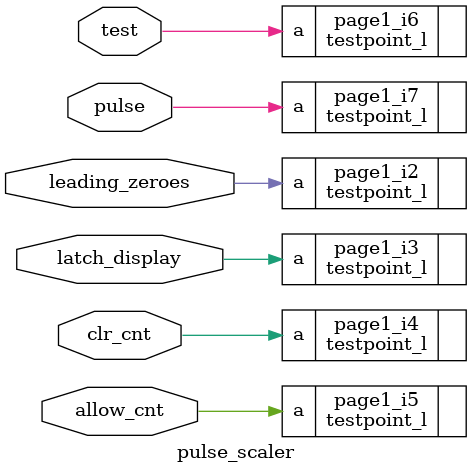
<source format=v>
`timescale 1ns/1ns

module pulse_scaler (allow_cnt, clr_cnt, latch_display, leading_zeroes, pulse, test );
// generated by  HDL Direct 16.6-p001 (v16-6-112A) 9/10/2012
// on Mon Jan 19 19:23:22 2015
// from tubii_lib/PULSE_SCALER/sch_1

  inout  allow_cnt;
  inout  clr_cnt;
  inout  latch_display;
  inout  leading_zeroes;
  inout  pulse;
  inout  test;
  // global signal glbl.gnd;
  // global signal glbl.vcc;

  wire  gnd;
  wire  page1_gnd;
  wire  vcc;
  wire  page1_vcc;

  assign gnd = glbl.gnd;
  assign page1_gnd = gnd;
  assign vcc = glbl.vcc;
  assign page1_vcc = vcc;

// begin instances 

  testpoint_l page1_i1  (.a(glbl.gnd));

  testpoint_l page1_i2  (.a(leading_zeroes));

  testpoint_l page1_i3  (.a(latch_display));

  testpoint_l page1_i4  (.a(clr_cnt));

  testpoint_l page1_i5  (.a(allow_cnt));

  testpoint_l page1_i6  (.a(test));

  testpoint_l page1_i7  (.a(pulse));

  testpoint_l page1_i8  (.a(glbl.vcc));

endmodule // pulse_scaler(sch_1) 

</source>
